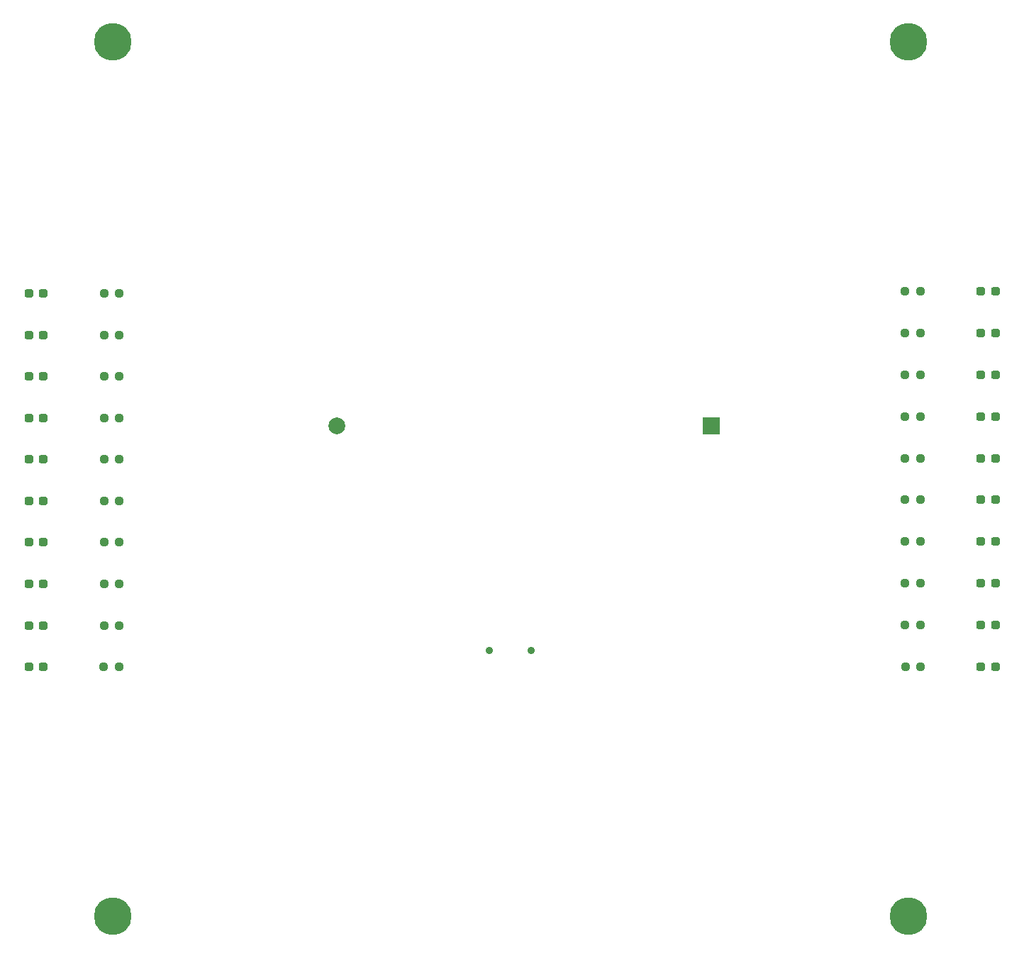
<source format=gts>
G04 #@! TF.GenerationSoftware,KiCad,Pcbnew,9.0.0*
G04 #@! TF.CreationDate,2025-03-25T13:13:44-05:00*
G04 #@! TF.ProjectId,Armor_Plate,41726d6f-725f-4506-9c61-74652e6b6963,rev?*
G04 #@! TF.SameCoordinates,Original*
G04 #@! TF.FileFunction,Soldermask,Top*
G04 #@! TF.FilePolarity,Negative*
%FSLAX46Y46*%
G04 Gerber Fmt 4.6, Leading zero omitted, Abs format (unit mm)*
G04 Created by KiCad (PCBNEW 9.0.0) date 2025-03-25 13:13:44*
%MOMM*%
%LPD*%
G01*
G04 APERTURE LIST*
G04 Aperture macros list*
%AMRoundRect*
0 Rectangle with rounded corners*
0 $1 Rounding radius*
0 $2 $3 $4 $5 $6 $7 $8 $9 X,Y pos of 4 corners*
0 Add a 4 corners polygon primitive as box body*
4,1,4,$2,$3,$4,$5,$6,$7,$8,$9,$2,$3,0*
0 Add four circle primitives for the rounded corners*
1,1,$1+$1,$2,$3*
1,1,$1+$1,$4,$5*
1,1,$1+$1,$6,$7*
1,1,$1+$1,$8,$9*
0 Add four rect primitives between the rounded corners*
20,1,$1+$1,$2,$3,$4,$5,0*
20,1,$1+$1,$4,$5,$6,$7,0*
20,1,$1+$1,$6,$7,$8,$9,0*
20,1,$1+$1,$8,$9,$2,$3,0*%
G04 Aperture macros list end*
%ADD10RoundRect,0.237500X0.250000X0.237500X-0.250000X0.237500X-0.250000X-0.237500X0.250000X-0.237500X0*%
%ADD11RoundRect,0.237500X-0.250000X-0.237500X0.250000X-0.237500X0.250000X0.237500X-0.250000X0.237500X0*%
%ADD12RoundRect,0.237500X0.287500X0.237500X-0.287500X0.237500X-0.287500X-0.237500X0.287500X-0.237500X0*%
%ADD13RoundRect,0.237500X-0.287500X-0.237500X0.287500X-0.237500X0.287500X0.237500X-0.287500X0.237500X0*%
%ADD14C,4.500000*%
%ADD15C,0.900000*%
%ADD16R,2.000000X2.000000*%
%ADD17C,2.000000*%
G04 APERTURE END LIST*
D10*
X33220000Y-77609449D03*
X31395000Y-77609449D03*
D11*
X127020000Y-77485554D03*
X128845000Y-77485554D03*
D12*
X24155000Y-67698338D03*
X22405000Y-67698338D03*
D10*
X33220000Y-72653893D03*
X31395000Y-72653893D03*
D13*
X136085000Y-57546293D03*
X137835000Y-57546293D03*
D11*
X127020000Y-82470369D03*
X128845000Y-82470369D03*
D10*
X33220000Y-67698338D03*
X31395000Y-67698338D03*
X33220000Y-57787228D03*
X31395000Y-57787228D03*
D13*
X136085000Y-77485554D03*
X137835000Y-77485554D03*
D12*
X24155000Y-97431669D03*
X22405000Y-97431669D03*
X24155000Y-82565004D03*
X22405000Y-82565004D03*
X24155000Y-87520559D03*
X22405000Y-87520559D03*
D13*
X136085000Y-97424815D03*
X137835000Y-97424815D03*
D10*
X33220000Y-52831673D03*
X31395000Y-52831673D03*
X33220000Y-87520559D03*
X31395000Y-87520559D03*
X33220000Y-82565004D03*
X31395000Y-82565004D03*
D13*
X136085000Y-62531108D03*
X137835000Y-62531108D03*
D11*
X127020000Y-67515924D03*
X128845000Y-67515924D03*
D13*
X136085000Y-82470369D03*
X137835000Y-82470369D03*
X136085000Y-72500739D03*
X137835000Y-72500739D03*
D11*
X127047500Y-97424815D03*
X128872500Y-97424815D03*
D12*
X24155000Y-62742783D03*
X22405000Y-62742783D03*
D14*
X32450000Y-127250000D03*
D11*
X127020000Y-57546293D03*
X128845000Y-57546293D03*
D12*
X24155000Y-52831673D03*
X22405000Y-52831673D03*
D13*
X136085000Y-67515924D03*
X137835000Y-67515924D03*
D14*
X32450000Y-22750000D03*
D13*
X136085000Y-92440000D03*
X137835000Y-92440000D03*
D11*
X127020000Y-62531108D03*
X128845000Y-62531108D03*
D13*
X136085000Y-87455185D03*
X137835000Y-87455185D03*
X136085000Y-52561478D03*
X137835000Y-52561478D03*
D12*
X24155000Y-57787228D03*
X22405000Y-57787228D03*
D14*
X127450000Y-22750000D03*
D11*
X127020000Y-87455185D03*
X128845000Y-87455185D03*
D10*
X33195000Y-97431669D03*
X31370000Y-97431669D03*
D11*
X127020000Y-52561478D03*
X128845000Y-52561478D03*
X127020000Y-72500739D03*
X128845000Y-72500739D03*
D12*
X24155000Y-72653893D03*
X22405000Y-72653893D03*
D14*
X127450000Y-127250000D03*
D12*
X24155000Y-77609449D03*
X22405000Y-77609449D03*
D10*
X33220000Y-62742783D03*
X31395000Y-62742783D03*
D12*
X24155000Y-92476114D03*
X22405000Y-92476114D03*
D10*
X33220000Y-92476114D03*
X31395000Y-92476114D03*
D11*
X127020000Y-92440000D03*
X128845000Y-92440000D03*
D15*
X82420000Y-95440000D03*
X77420000Y-95440000D03*
D16*
X103850000Y-68650000D03*
D17*
X59150000Y-68650000D03*
M02*

</source>
